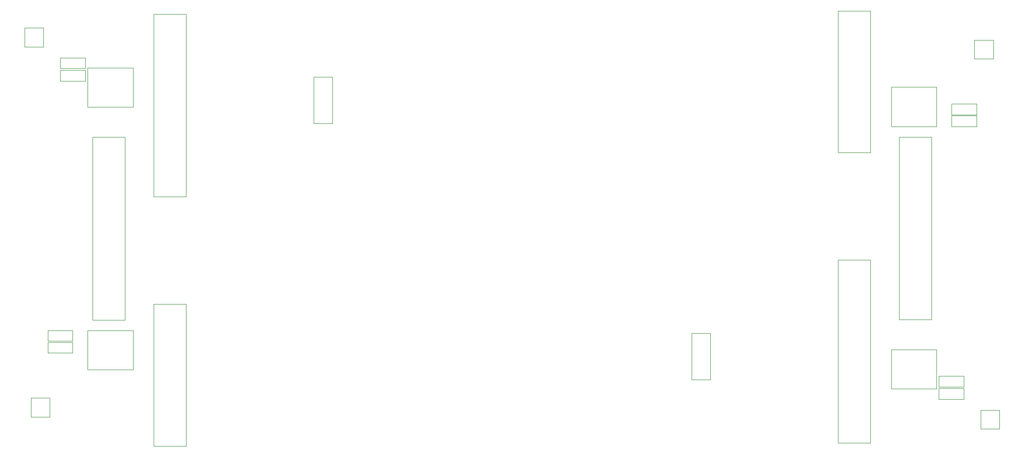
<source format=gbr>
G04 #@! TF.FileFunction,Other,User*
%FSLAX46Y46*%
G04 Gerber Fmt 4.6, Leading zero omitted, Abs format (unit mm)*
G04 Created by KiCad (PCBNEW 4.0.5+dfsg1-4) date Tue Feb 27 09:26:50 2018*
%MOMM*%
%LPD*%
G01*
G04 APERTURE LIST*
%ADD10C,0.150000*%
%ADD11C,0.050000*%
G04 APERTURE END LIST*
D10*
D11*
X1830900Y-97620600D02*
X-2769100Y-97620600D01*
X1830900Y-95620600D02*
X-2769100Y-95620600D01*
X1830900Y-97620600D02*
X1830900Y-95620600D01*
X-2769100Y-97620600D02*
X-2769100Y-95620600D01*
X1830900Y-99830400D02*
X-2769100Y-99830400D01*
X1830900Y-97830400D02*
X-2769100Y-97830400D01*
X1830900Y-99830400D02*
X1830900Y-97830400D01*
X-2769100Y-99830400D02*
X-2769100Y-97830400D01*
X4193100Y-46922200D02*
X-406900Y-46922200D01*
X4193100Y-44922200D02*
X-406900Y-44922200D01*
X4193100Y-46922200D02*
X4193100Y-44922200D01*
X-406900Y-46922200D02*
X-406900Y-44922200D01*
X4193100Y-49220900D02*
X-406900Y-49220900D01*
X4193100Y-47220900D02*
X-406900Y-47220900D01*
X4193100Y-49220900D02*
X4193100Y-47220900D01*
X-406900Y-49220900D02*
X-406900Y-47220900D01*
X16894400Y-36780800D02*
X16894400Y-70780800D01*
X22944400Y-36780800D02*
X22944400Y-70780800D01*
X16894400Y-36780800D02*
X22944400Y-36780800D01*
X16894400Y-70780800D02*
X22944400Y-70780800D01*
X5541400Y-59690600D02*
X5541400Y-93690600D01*
X11591400Y-59690600D02*
X11591400Y-93690600D01*
X5541400Y-59690600D02*
X11591400Y-59690600D01*
X5541400Y-93690600D02*
X11591400Y-93690600D01*
X16894400Y-90746800D02*
X16894400Y-117146800D01*
X22944400Y-90746800D02*
X22944400Y-117146800D01*
X16894400Y-90746800D02*
X22944400Y-90746800D01*
X16894400Y-117146800D02*
X22944400Y-117146800D01*
X4665400Y-54118800D02*
X13065400Y-54118800D01*
X4665400Y-46818800D02*
X13065400Y-46818800D01*
X4665400Y-54118800D02*
X4665400Y-46818800D01*
X13065400Y-54118800D02*
X13065400Y-46818800D01*
X-3570500Y-42884300D02*
X-3570500Y-39384300D01*
X-7070500Y-42884300D02*
X-7070500Y-39384300D01*
X-3570500Y-42884300D02*
X-7070500Y-42884300D01*
X-3570500Y-39384300D02*
X-7070500Y-39384300D01*
X-2402100Y-111718300D02*
X-2402100Y-108218300D01*
X-5902100Y-111718300D02*
X-5902100Y-108218300D01*
X-2402100Y-111718300D02*
X-5902100Y-111718300D01*
X-2402100Y-108218300D02*
X-5902100Y-108218300D01*
X120320400Y-104797800D02*
X120320400Y-96197800D01*
X116820400Y-104797800D02*
X116820400Y-96197800D01*
X120320400Y-104797800D02*
X116820400Y-104797800D01*
X120320400Y-96197800D02*
X116820400Y-96197800D01*
X4665400Y-102950300D02*
X13065400Y-102950300D01*
X4665400Y-95650300D02*
X13065400Y-95650300D01*
X4665400Y-102950300D02*
X4665400Y-95650300D01*
X13065400Y-102950300D02*
X13065400Y-95650300D01*
X162265000Y-50387500D02*
X153865000Y-50387500D01*
X162265000Y-57687500D02*
X153865000Y-57687500D01*
X162265000Y-50387500D02*
X162265000Y-57687500D01*
X153865000Y-50387500D02*
X153865000Y-57687500D01*
X46610000Y-48540000D02*
X46610000Y-57140000D01*
X50110000Y-48540000D02*
X50110000Y-57140000D01*
X46610000Y-48540000D02*
X50110000Y-48540000D01*
X46610000Y-57140000D02*
X50110000Y-57140000D01*
X169332500Y-41619500D02*
X169332500Y-45119500D01*
X172832500Y-41619500D02*
X172832500Y-45119500D01*
X169332500Y-41619500D02*
X172832500Y-41619500D01*
X169332500Y-45119500D02*
X172832500Y-45119500D01*
X170500900Y-110453500D02*
X170500900Y-113953500D01*
X174000900Y-110453500D02*
X174000900Y-113953500D01*
X170500900Y-110453500D02*
X174000900Y-110453500D01*
X170500900Y-113953500D02*
X174000900Y-113953500D01*
X162265000Y-99219000D02*
X153865000Y-99219000D01*
X162265000Y-106519000D02*
X153865000Y-106519000D01*
X162265000Y-99219000D02*
X162265000Y-106519000D01*
X153865000Y-99219000D02*
X153865000Y-106519000D01*
X150036000Y-62591000D02*
X150036000Y-36191000D01*
X143986000Y-62591000D02*
X143986000Y-36191000D01*
X150036000Y-62591000D02*
X143986000Y-62591000D01*
X150036000Y-36191000D02*
X143986000Y-36191000D01*
X161389000Y-93647200D02*
X161389000Y-59647200D01*
X155339000Y-93647200D02*
X155339000Y-59647200D01*
X161389000Y-93647200D02*
X155339000Y-93647200D01*
X161389000Y-59647200D02*
X155339000Y-59647200D01*
X150036000Y-116557000D02*
X150036000Y-82557000D01*
X143986000Y-116557000D02*
X143986000Y-82557000D01*
X150036000Y-116557000D02*
X143986000Y-116557000D01*
X150036000Y-82557000D02*
X143986000Y-82557000D01*
X162737300Y-104116900D02*
X167337300Y-104116900D01*
X162737300Y-106116900D02*
X167337300Y-106116900D01*
X162737300Y-104116900D02*
X162737300Y-106116900D01*
X167337300Y-104116900D02*
X167337300Y-106116900D01*
X162737300Y-106415600D02*
X167337300Y-106415600D01*
X162737300Y-108415600D02*
X167337300Y-108415600D01*
X162737300Y-106415600D02*
X162737300Y-108415600D01*
X167337300Y-106415600D02*
X167337300Y-108415600D01*
X165099500Y-53507400D02*
X169699500Y-53507400D01*
X165099500Y-55507400D02*
X169699500Y-55507400D01*
X165099500Y-53507400D02*
X165099500Y-55507400D01*
X169699500Y-53507400D02*
X169699500Y-55507400D01*
X165099500Y-55717200D02*
X169699500Y-55717200D01*
X165099500Y-57717200D02*
X169699500Y-57717200D01*
X165099500Y-55717200D02*
X165099500Y-57717200D01*
X169699500Y-55717200D02*
X169699500Y-57717200D01*
M02*

</source>
